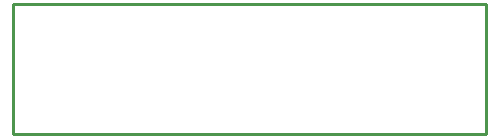
<source format=gko>
G04 Layer: BoardOutlineLayer*
G04 EasyEDA v6.5.34, 2023-09-07 22:51:50*
G04 1c4de64a70be403faa317df9fd9dba8d,0b3e81c085af431c91bff7fd5324728f,10*
G04 Gerber Generator version 0.2*
G04 Scale: 100 percent, Rotated: No, Reflected: No *
G04 Dimensions in millimeters *
G04 leading zeros omitted , absolute positions ,4 integer and 5 decimal *
%FSLAX45Y45*%
%MOMM*%

%ADD10C,0.2540*%
D10*
X0Y1099997D02*
G01*
X3999991Y1099997D01*
X3999991Y0D01*
X0Y0D01*
X0Y1099997D01*

%LPD*%
M02*

</source>
